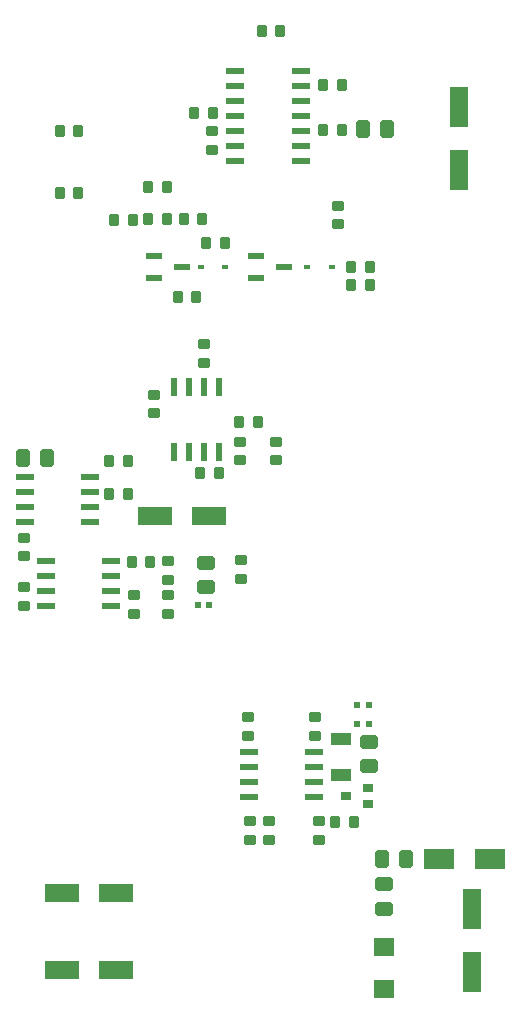
<source format=gtp>
G04*
G04 #@! TF.GenerationSoftware,Altium Limited,Altium Designer,23.1.1 (15)*
G04*
G04 Layer_Color=8421504*
%FSLAX25Y25*%
%MOIN*%
G70*
G04*
G04 #@! TF.SameCoordinates,434D1FB9-1166-4A3C-A543-B38E0AA6253E*
G04*
G04*
G04 #@! TF.FilePolarity,Positive*
G04*
G01*
G75*
G04:AMPARAMS|DCode=19|XSize=59.06mil|YSize=45.28mil|CornerRadius=5.66mil|HoleSize=0mil|Usage=FLASHONLY|Rotation=0.000|XOffset=0mil|YOffset=0mil|HoleType=Round|Shape=RoundedRectangle|*
%AMROUNDEDRECTD19*
21,1,0.05906,0.03396,0,0,0.0*
21,1,0.04774,0.04528,0,0,0.0*
1,1,0.01132,0.02387,-0.01698*
1,1,0.01132,-0.02387,-0.01698*
1,1,0.01132,-0.02387,0.01698*
1,1,0.01132,0.02387,0.01698*
%
%ADD19ROUNDEDRECTD19*%
%ADD20R,0.06600X0.06000*%
%ADD21R,0.02362X0.02362*%
%ADD22R,0.05984X0.02284*%
%ADD23R,0.02362X0.05984*%
%ADD24R,0.05984X0.02362*%
G04:AMPARAMS|DCode=25|XSize=39.37mil|YSize=31.5mil|CornerRadius=3.94mil|HoleSize=0mil|Usage=FLASHONLY|Rotation=90.000|XOffset=0mil|YOffset=0mil|HoleType=Round|Shape=RoundedRectangle|*
%AMROUNDEDRECTD25*
21,1,0.03937,0.02362,0,0,90.0*
21,1,0.03150,0.03150,0,0,90.0*
1,1,0.00787,0.01181,0.01575*
1,1,0.00787,0.01181,-0.01575*
1,1,0.00787,-0.01181,-0.01575*
1,1,0.00787,-0.01181,0.01575*
%
%ADD25ROUNDEDRECTD25*%
G04:AMPARAMS|DCode=26|XSize=39.37mil|YSize=31.5mil|CornerRadius=3.94mil|HoleSize=0mil|Usage=FLASHONLY|Rotation=180.000|XOffset=0mil|YOffset=0mil|HoleType=Round|Shape=RoundedRectangle|*
%AMROUNDEDRECTD26*
21,1,0.03937,0.02362,0,0,180.0*
21,1,0.03150,0.03150,0,0,180.0*
1,1,0.00787,-0.01575,0.01181*
1,1,0.00787,0.01575,0.01181*
1,1,0.00787,0.01575,-0.01181*
1,1,0.00787,-0.01575,-0.01181*
%
%ADD26ROUNDEDRECTD26*%
G04:AMPARAMS|DCode=27|XSize=59.06mil|YSize=45.28mil|CornerRadius=5.66mil|HoleSize=0mil|Usage=FLASHONLY|Rotation=90.000|XOffset=0mil|YOffset=0mil|HoleType=Round|Shape=RoundedRectangle|*
%AMROUNDEDRECTD27*
21,1,0.05906,0.03396,0,0,90.0*
21,1,0.04774,0.04528,0,0,90.0*
1,1,0.01132,0.01698,0.02387*
1,1,0.01132,0.01698,-0.02387*
1,1,0.01132,-0.01698,-0.02387*
1,1,0.01132,-0.01698,0.02387*
%
%ADD27ROUNDEDRECTD27*%
%ADD28R,0.05709X0.02362*%
%ADD29R,0.03543X0.02756*%
%ADD30R,0.02323X0.01772*%
%ADD31R,0.10433X0.06890*%
%ADD32R,0.06496X0.13583*%
G04:AMPARAMS|DCode=33|XSize=68.9mil|YSize=43.31mil|CornerRadius=5.41mil|HoleSize=0mil|Usage=FLASHONLY|Rotation=0.000|XOffset=0mil|YOffset=0mil|HoleType=Round|Shape=RoundedRectangle|*
%AMROUNDEDRECTD33*
21,1,0.06890,0.03248,0,0,0.0*
21,1,0.05807,0.04331,0,0,0.0*
1,1,0.01083,0.02904,-0.01624*
1,1,0.01083,-0.02904,-0.01624*
1,1,0.01083,-0.02904,0.01624*
1,1,0.01083,0.02904,0.01624*
%
%ADD33ROUNDEDRECTD33*%
%ADD34R,0.11614X0.06496*%
D19*
X125984Y41240D02*
D03*
Y49311D02*
D03*
X120866Y88878D02*
D03*
Y96949D02*
D03*
X66535Y148327D02*
D03*
Y156398D02*
D03*
D20*
X125984Y14567D02*
D03*
Y28567D02*
D03*
D21*
X116929Y109055D02*
D03*
X120866D02*
D03*
X67716Y142520D02*
D03*
X63779D02*
D03*
X120866Y102756D02*
D03*
X116929D02*
D03*
D22*
X98110Y290551D02*
D03*
Y295551D02*
D03*
Y300551D02*
D03*
Y305551D02*
D03*
Y310551D02*
D03*
Y315551D02*
D03*
Y320551D02*
D03*
X76378Y290551D02*
D03*
Y295551D02*
D03*
Y300551D02*
D03*
Y305551D02*
D03*
Y310551D02*
D03*
Y315551D02*
D03*
Y320551D02*
D03*
D23*
X70886Y215197D02*
D03*
X65886D02*
D03*
X60886D02*
D03*
X55886D02*
D03*
X70886Y193465D02*
D03*
X65886D02*
D03*
X60886D02*
D03*
X55886D02*
D03*
D24*
X27795Y170059D02*
D03*
Y175059D02*
D03*
Y180059D02*
D03*
Y185059D02*
D03*
X6063Y170059D02*
D03*
Y175059D02*
D03*
Y180059D02*
D03*
Y185059D02*
D03*
X102598Y78327D02*
D03*
Y83327D02*
D03*
Y88327D02*
D03*
Y93327D02*
D03*
X80866Y78327D02*
D03*
Y83327D02*
D03*
Y88327D02*
D03*
Y93327D02*
D03*
X34882Y142106D02*
D03*
Y147106D02*
D03*
Y152106D02*
D03*
Y157106D02*
D03*
X13150Y142106D02*
D03*
Y147106D02*
D03*
Y152106D02*
D03*
Y157106D02*
D03*
D25*
X83809Y203543D02*
D03*
X77609D02*
D03*
X115010Y255118D02*
D03*
X121210D02*
D03*
X63336Y245276D02*
D03*
X57136D02*
D03*
X23966Y300394D02*
D03*
X17766D02*
D03*
X23966Y279921D02*
D03*
X17766D02*
D03*
X59105Y271260D02*
D03*
X65305D02*
D03*
X35876Y270866D02*
D03*
X42076D02*
D03*
X105561Y300787D02*
D03*
X111761D02*
D03*
X53494Y281890D02*
D03*
X47294D02*
D03*
X105561Y315748D02*
D03*
X111761D02*
D03*
X62698Y306299D02*
D03*
X68898D02*
D03*
X40502Y179528D02*
D03*
X34302D02*
D03*
X115747Y70079D02*
D03*
X109547D02*
D03*
X115010Y249213D02*
D03*
X121210D02*
D03*
X66635Y262992D02*
D03*
X72835D02*
D03*
X53543Y271260D02*
D03*
X47343D02*
D03*
X85089Y333858D02*
D03*
X91289D02*
D03*
X70816Y186614D02*
D03*
X64617D02*
D03*
X40502Y190551D02*
D03*
X34302D02*
D03*
X47982Y156693D02*
D03*
X41782D02*
D03*
D26*
X77953Y196850D02*
D03*
Y190650D02*
D03*
X81102Y64223D02*
D03*
Y70423D02*
D03*
X80709Y98869D02*
D03*
Y105069D02*
D03*
X65748Y229478D02*
D03*
Y223278D02*
D03*
X104331Y64272D02*
D03*
Y70472D02*
D03*
X89764Y196850D02*
D03*
Y190650D02*
D03*
X53937Y139420D02*
D03*
Y145620D02*
D03*
X78347Y151231D02*
D03*
Y157431D02*
D03*
X53937Y150837D02*
D03*
Y157037D02*
D03*
X110630Y269341D02*
D03*
Y275541D02*
D03*
X68504Y300344D02*
D03*
Y294144D02*
D03*
X42520Y139420D02*
D03*
Y145620D02*
D03*
X5906Y164861D02*
D03*
Y158661D02*
D03*
Y142176D02*
D03*
Y148376D02*
D03*
X87402Y64272D02*
D03*
Y70472D02*
D03*
X49213Y206349D02*
D03*
Y212549D02*
D03*
X102756Y105069D02*
D03*
Y98869D02*
D03*
D27*
X13484Y191535D02*
D03*
X5413D02*
D03*
X125098Y57874D02*
D03*
X133169D02*
D03*
X126870Y301181D02*
D03*
X118799D02*
D03*
D28*
X83169Y258858D02*
D03*
Y251378D02*
D03*
X92421Y255118D02*
D03*
X49311Y258858D02*
D03*
Y251378D02*
D03*
X58563Y255118D02*
D03*
D29*
X113189Y78740D02*
D03*
X120669Y81299D02*
D03*
Y76181D02*
D03*
D30*
X108484Y255118D02*
D03*
X100177D02*
D03*
X73051D02*
D03*
X64744D02*
D03*
D31*
X161221Y57874D02*
D03*
X144291D02*
D03*
D32*
X150787Y308563D02*
D03*
Y287500D02*
D03*
X155118Y41240D02*
D03*
Y20177D02*
D03*
D33*
X111417Y85827D02*
D03*
Y97638D02*
D03*
D34*
X49705Y172047D02*
D03*
X67618D02*
D03*
X36516Y20866D02*
D03*
X18602D02*
D03*
X36516Y46457D02*
D03*
X18602D02*
D03*
M02*

</source>
